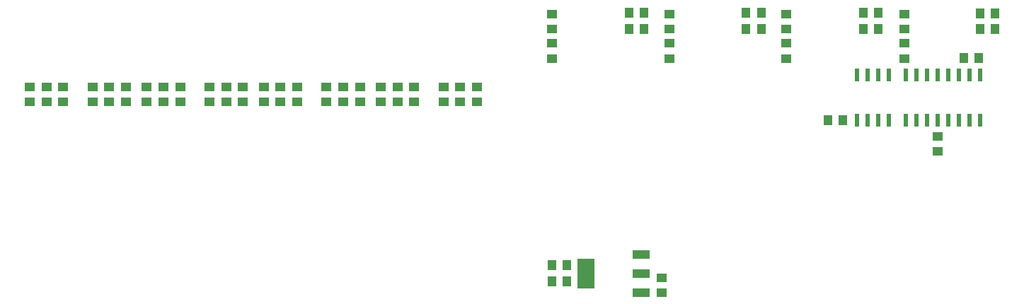
<source format=gbr>
G04 #@! TF.GenerationSoftware,KiCad,Pcbnew,(5.1.2-1)-1*
G04 #@! TF.CreationDate,2019-07-24T21:32:52+02:00*
G04 #@! TF.ProjectId,AddOnB,4164644f-6e42-42e6-9b69-6361645f7063,rev?*
G04 #@! TF.SameCoordinates,Original*
G04 #@! TF.FileFunction,Paste,Bot*
G04 #@! TF.FilePolarity,Positive*
%FSLAX46Y46*%
G04 Gerber Fmt 4.6, Leading zero omitted, Abs format (unit mm)*
G04 Created by KiCad (PCBNEW (5.1.2-1)-1) date 2019-07-24 21:32:52*
%MOMM*%
%LPD*%
G04 APERTURE LIST*
%ADD10R,1.300000X1.000000*%
%ADD11R,1.000000X1.300000*%
%ADD12R,0.600000X1.500000*%
%ADD13R,2.032000X3.657600*%
%ADD14R,2.032000X1.016000*%
%ADD15R,0.600000X1.550000*%
G04 APERTURE END LIST*
D10*
X217790000Y75100000D03*
X217790000Y73300000D03*
X225290000Y75100000D03*
X225290000Y73300000D03*
X231790000Y73300000D03*
X231790000Y75100000D03*
X239290000Y73300000D03*
X239290000Y75100000D03*
X245790000Y75100000D03*
X245790000Y73300000D03*
X253290000Y73300000D03*
X253290000Y75100000D03*
X259790000Y75100000D03*
X259790000Y73300000D03*
X267290000Y73300000D03*
X267290000Y75100000D03*
D11*
X287500000Y82000000D03*
X289300000Y82000000D03*
X301500000Y82000000D03*
X303300000Y82000000D03*
X315500000Y82000000D03*
X317300000Y82000000D03*
X329500000Y82000000D03*
X331300000Y82000000D03*
X327500000Y78600000D03*
X329300000Y78600000D03*
X287500000Y84000000D03*
X289300000Y84000000D03*
X301500000Y84000000D03*
X303300000Y84000000D03*
X315500000Y84000000D03*
X317300000Y84000000D03*
X329500000Y83900000D03*
X331300000Y83900000D03*
D10*
X219790000Y75100000D03*
X219790000Y73300000D03*
X215790000Y73300000D03*
X215790000Y75100000D03*
X227290000Y73300000D03*
X227290000Y75100000D03*
X223290000Y75100000D03*
X223290000Y73300000D03*
X233790000Y73300000D03*
X233790000Y75100000D03*
X229790000Y75100000D03*
X229790000Y73300000D03*
X241290000Y75100000D03*
X241290000Y73300000D03*
X237290000Y73300000D03*
X237290000Y75100000D03*
X247790000Y75100000D03*
X247790000Y73300000D03*
X243790000Y73300000D03*
X243790000Y75100000D03*
X255290000Y73300000D03*
X255290000Y75100000D03*
X251290000Y75100000D03*
X251290000Y73300000D03*
X261790000Y73300000D03*
X261790000Y75100000D03*
X257790000Y73300000D03*
X257790000Y75100000D03*
X269290000Y75100000D03*
X269290000Y73300000D03*
X265290000Y75100000D03*
X265290000Y73300000D03*
D12*
X329445000Y71100000D03*
X328175000Y71100000D03*
X326905000Y71100000D03*
X325635000Y71100000D03*
X324365000Y71100000D03*
X323095000Y71100000D03*
X321825000Y71100000D03*
X320555000Y71100000D03*
X320555000Y76500000D03*
X321825000Y76500000D03*
X323095000Y76500000D03*
X324365000Y76500000D03*
X325635000Y76500000D03*
X326905000Y76500000D03*
X328175000Y76500000D03*
X329445000Y76500000D03*
D10*
X278300000Y78500000D03*
X278300000Y80300000D03*
X292300000Y80300000D03*
X292300000Y78500000D03*
X306300000Y78500000D03*
X306300000Y80300000D03*
X320400000Y80300000D03*
X320400000Y78500000D03*
X278300000Y83800000D03*
X278300000Y82000000D03*
X292300000Y82000000D03*
X292300000Y83800000D03*
X306300000Y83800000D03*
X306300000Y82000000D03*
X320400000Y82000000D03*
X320400000Y83800000D03*
X291360000Y50465000D03*
X291360000Y52265000D03*
D11*
X278260000Y53765000D03*
X280060000Y53765000D03*
X278260000Y51765000D03*
X280060000Y51765000D03*
X311300000Y71100000D03*
X313100000Y71100000D03*
D13*
X282358000Y52765000D03*
D14*
X288962000Y52765000D03*
X288962000Y50479000D03*
X288962000Y55051000D03*
D15*
X314795000Y76500000D03*
X316065000Y76500000D03*
X317335000Y76500000D03*
X318605000Y76500000D03*
X318605000Y71100000D03*
X317335000Y71100000D03*
X316065000Y71100000D03*
X314795000Y71100000D03*
D10*
X324400000Y69200000D03*
X324400000Y67400000D03*
M02*

</source>
